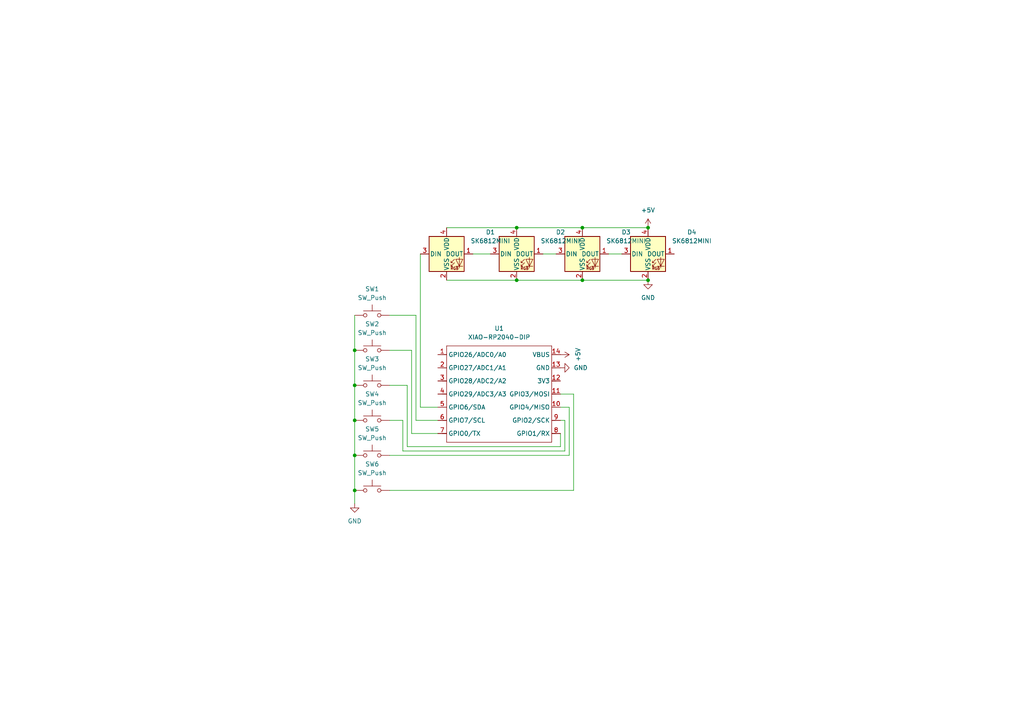
<source format=kicad_sch>
(kicad_sch
	(version 20250114)
	(generator "eeschema")
	(generator_version "9.0")
	(uuid "89ed8f8a-a8dc-430b-b4ac-4bb5cef360f6")
	(paper "A4")
	(lib_symbols
		(symbol "LED:SK6812MINI"
			(pin_names
				(offset 0.254)
			)
			(exclude_from_sim no)
			(in_bom yes)
			(on_board yes)
			(property "Reference" "D"
				(at 5.08 5.715 0)
				(effects
					(font
						(size 1.27 1.27)
					)
					(justify right bottom)
				)
			)
			(property "Value" "SK6812MINI"
				(at 1.27 -5.715 0)
				(effects
					(font
						(size 1.27 1.27)
					)
					(justify left top)
				)
			)
			(property "Footprint" "LED_SMD:LED_SK6812MINI_PLCC4_3.5x3.5mm_P1.75mm"
				(at 1.27 -7.62 0)
				(effects
					(font
						(size 1.27 1.27)
					)
					(justify left top)
					(hide yes)
				)
			)
			(property "Datasheet" "https://cdn-shop.adafruit.com/product-files/2686/SK6812MINI_REV.01-1-2.pdf"
				(at 2.54 -9.525 0)
				(effects
					(font
						(size 1.27 1.27)
					)
					(justify left top)
					(hide yes)
				)
			)
			(property "Description" "RGB LED with integrated controller"
				(at 0 0 0)
				(effects
					(font
						(size 1.27 1.27)
					)
					(hide yes)
				)
			)
			(property "ki_keywords" "RGB LED NeoPixel Mini addressable"
				(at 0 0 0)
				(effects
					(font
						(size 1.27 1.27)
					)
					(hide yes)
				)
			)
			(property "ki_fp_filters" "LED*SK6812MINI*PLCC*3.5x3.5mm*P1.75mm*"
				(at 0 0 0)
				(effects
					(font
						(size 1.27 1.27)
					)
					(hide yes)
				)
			)
			(symbol "SK6812MINI_0_0"
				(text "RGB"
					(at 2.286 -4.191 0)
					(effects
						(font
							(size 0.762 0.762)
						)
					)
				)
			)
			(symbol "SK6812MINI_0_1"
				(polyline
					(pts
						(xy 1.27 -2.54) (xy 1.778 -2.54)
					)
					(stroke
						(width 0)
						(type default)
					)
					(fill
						(type none)
					)
				)
				(polyline
					(pts
						(xy 1.27 -3.556) (xy 1.778 -3.556)
					)
					(stroke
						(width 0)
						(type default)
					)
					(fill
						(type none)
					)
				)
				(polyline
					(pts
						(xy 2.286 -1.524) (xy 1.27 -2.54) (xy 1.27 -2.032)
					)
					(stroke
						(width 0)
						(type default)
					)
					(fill
						(type none)
					)
				)
				(polyline
					(pts
						(xy 2.286 -2.54) (xy 1.27 -3.556) (xy 1.27 -3.048)
					)
					(stroke
						(width 0)
						(type default)
					)
					(fill
						(type none)
					)
				)
				(polyline
					(pts
						(xy 3.683 -1.016) (xy 3.683 -3.556) (xy 3.683 -4.064)
					)
					(stroke
						(width 0)
						(type default)
					)
					(fill
						(type none)
					)
				)
				(polyline
					(pts
						(xy 4.699 -1.524) (xy 2.667 -1.524) (xy 3.683 -3.556) (xy 4.699 -1.524)
					)
					(stroke
						(width 0)
						(type default)
					)
					(fill
						(type none)
					)
				)
				(polyline
					(pts
						(xy 4.699 -3.556) (xy 2.667 -3.556)
					)
					(stroke
						(width 0)
						(type default)
					)
					(fill
						(type none)
					)
				)
				(rectangle
					(start 5.08 5.08)
					(end -5.08 -5.08)
					(stroke
						(width 0.254)
						(type default)
					)
					(fill
						(type background)
					)
				)
			)
			(symbol "SK6812MINI_1_1"
				(pin input line
					(at -7.62 0 0)
					(length 2.54)
					(name "DIN"
						(effects
							(font
								(size 1.27 1.27)
							)
						)
					)
					(number "3"
						(effects
							(font
								(size 1.27 1.27)
							)
						)
					)
				)
				(pin power_in line
					(at 0 7.62 270)
					(length 2.54)
					(name "VDD"
						(effects
							(font
								(size 1.27 1.27)
							)
						)
					)
					(number "4"
						(effects
							(font
								(size 1.27 1.27)
							)
						)
					)
				)
				(pin power_in line
					(at 0 -7.62 90)
					(length 2.54)
					(name "VSS"
						(effects
							(font
								(size 1.27 1.27)
							)
						)
					)
					(number "2"
						(effects
							(font
								(size 1.27 1.27)
							)
						)
					)
				)
				(pin output line
					(at 7.62 0 180)
					(length 2.54)
					(name "DOUT"
						(effects
							(font
								(size 1.27 1.27)
							)
						)
					)
					(number "1"
						(effects
							(font
								(size 1.27 1.27)
							)
						)
					)
				)
			)
			(embedded_fonts no)
		)
		(symbol "OPL:XIAO-RP2040-DIP"
			(exclude_from_sim no)
			(in_bom yes)
			(on_board yes)
			(property "Reference" "U"
				(at 0 0 0)
				(effects
					(font
						(size 1.27 1.27)
					)
				)
			)
			(property "Value" "XIAO-RP2040-DIP"
				(at 5.334 -1.778 0)
				(effects
					(font
						(size 1.27 1.27)
					)
				)
			)
			(property "Footprint" "Module:MOUDLE14P-XIAO-DIP-SMD"
				(at 14.478 -32.258 0)
				(effects
					(font
						(size 1.27 1.27)
					)
					(hide yes)
				)
			)
			(property "Datasheet" ""
				(at 0 0 0)
				(effects
					(font
						(size 1.27 1.27)
					)
					(hide yes)
				)
			)
			(property "Description" ""
				(at 0 0 0)
				(effects
					(font
						(size 1.27 1.27)
					)
					(hide yes)
				)
			)
			(symbol "XIAO-RP2040-DIP_1_0"
				(polyline
					(pts
						(xy -1.27 -2.54) (xy 29.21 -2.54)
					)
					(stroke
						(width 0.1524)
						(type solid)
					)
					(fill
						(type none)
					)
				)
				(polyline
					(pts
						(xy -1.27 -5.08) (xy -2.54 -5.08)
					)
					(stroke
						(width 0.1524)
						(type solid)
					)
					(fill
						(type none)
					)
				)
				(polyline
					(pts
						(xy -1.27 -5.08) (xy -1.27 -2.54)
					)
					(stroke
						(width 0.1524)
						(type solid)
					)
					(fill
						(type none)
					)
				)
				(polyline
					(pts
						(xy -1.27 -8.89) (xy -2.54 -8.89)
					)
					(stroke
						(width 0.1524)
						(type solid)
					)
					(fill
						(type none)
					)
				)
				(polyline
					(pts
						(xy -1.27 -8.89) (xy -1.27 -5.08)
					)
					(stroke
						(width 0.1524)
						(type solid)
					)
					(fill
						(type none)
					)
				)
				(polyline
					(pts
						(xy -1.27 -12.7) (xy -2.54 -12.7)
					)
					(stroke
						(width 0.1524)
						(type solid)
					)
					(fill
						(type none)
					)
				)
				(polyline
					(pts
						(xy -1.27 -12.7) (xy -1.27 -8.89)
					)
					(stroke
						(width 0.1524)
						(type solid)
					)
					(fill
						(type none)
					)
				)
				(polyline
					(pts
						(xy -1.27 -16.51) (xy -2.54 -16.51)
					)
					(stroke
						(width 0.1524)
						(type solid)
					)
					(fill
						(type none)
					)
				)
				(polyline
					(pts
						(xy -1.27 -16.51) (xy -1.27 -12.7)
					)
					(stroke
						(width 0.1524)
						(type solid)
					)
					(fill
						(type none)
					)
				)
				(polyline
					(pts
						(xy -1.27 -20.32) (xy -2.54 -20.32)
					)
					(stroke
						(width 0.1524)
						(type solid)
					)
					(fill
						(type none)
					)
				)
				(polyline
					(pts
						(xy -1.27 -24.13) (xy -2.54 -24.13)
					)
					(stroke
						(width 0.1524)
						(type solid)
					)
					(fill
						(type none)
					)
				)
				(polyline
					(pts
						(xy -1.27 -27.94) (xy -2.54 -27.94)
					)
					(stroke
						(width 0.1524)
						(type solid)
					)
					(fill
						(type none)
					)
				)
				(polyline
					(pts
						(xy -1.27 -30.48) (xy -1.27 -16.51)
					)
					(stroke
						(width 0.1524)
						(type solid)
					)
					(fill
						(type none)
					)
				)
				(polyline
					(pts
						(xy 29.21 -2.54) (xy 29.21 -5.08)
					)
					(stroke
						(width 0.1524)
						(type solid)
					)
					(fill
						(type none)
					)
				)
				(polyline
					(pts
						(xy 29.21 -5.08) (xy 29.21 -8.89)
					)
					(stroke
						(width 0.1524)
						(type solid)
					)
					(fill
						(type none)
					)
				)
				(polyline
					(pts
						(xy 29.21 -8.89) (xy 29.21 -12.7)
					)
					(stroke
						(width 0.1524)
						(type solid)
					)
					(fill
						(type none)
					)
				)
				(polyline
					(pts
						(xy 29.21 -12.7) (xy 29.21 -30.48)
					)
					(stroke
						(width 0.1524)
						(type solid)
					)
					(fill
						(type none)
					)
				)
				(polyline
					(pts
						(xy 29.21 -30.48) (xy -1.27 -30.48)
					)
					(stroke
						(width 0.1524)
						(type solid)
					)
					(fill
						(type none)
					)
				)
				(polyline
					(pts
						(xy 30.48 -5.08) (xy 29.21 -5.08)
					)
					(stroke
						(width 0.1524)
						(type solid)
					)
					(fill
						(type none)
					)
				)
				(polyline
					(pts
						(xy 30.48 -8.89) (xy 29.21 -8.89)
					)
					(stroke
						(width 0.1524)
						(type solid)
					)
					(fill
						(type none)
					)
				)
				(polyline
					(pts
						(xy 30.48 -12.7) (xy 29.21 -12.7)
					)
					(stroke
						(width 0.1524)
						(type solid)
					)
					(fill
						(type none)
					)
				)
				(polyline
					(pts
						(xy 30.48 -16.51) (xy 29.21 -16.51)
					)
					(stroke
						(width 0.1524)
						(type solid)
					)
					(fill
						(type none)
					)
				)
				(polyline
					(pts
						(xy 30.48 -20.32) (xy 29.21 -20.32)
					)
					(stroke
						(width 0.1524)
						(type solid)
					)
					(fill
						(type none)
					)
				)
				(polyline
					(pts
						(xy 30.48 -24.13) (xy 29.21 -24.13)
					)
					(stroke
						(width 0.1524)
						(type solid)
					)
					(fill
						(type none)
					)
				)
				(polyline
					(pts
						(xy 30.48 -27.94) (xy 29.21 -27.94)
					)
					(stroke
						(width 0.1524)
						(type solid)
					)
					(fill
						(type none)
					)
				)
				(pin passive line
					(at -3.81 -5.08 0)
					(length 2.54)
					(name "GPIO26/ADC0/A0"
						(effects
							(font
								(size 1.27 1.27)
							)
						)
					)
					(number "1"
						(effects
							(font
								(size 1.27 1.27)
							)
						)
					)
				)
				(pin passive line
					(at -3.81 -8.89 0)
					(length 2.54)
					(name "GPIO27/ADC1/A1"
						(effects
							(font
								(size 1.27 1.27)
							)
						)
					)
					(number "2"
						(effects
							(font
								(size 1.27 1.27)
							)
						)
					)
				)
				(pin passive line
					(at -3.81 -12.7 0)
					(length 2.54)
					(name "GPIO28/ADC2/A2"
						(effects
							(font
								(size 1.27 1.27)
							)
						)
					)
					(number "3"
						(effects
							(font
								(size 1.27 1.27)
							)
						)
					)
				)
				(pin passive line
					(at -3.81 -16.51 0)
					(length 2.54)
					(name "GPIO29/ADC3/A3"
						(effects
							(font
								(size 1.27 1.27)
							)
						)
					)
					(number "4"
						(effects
							(font
								(size 1.27 1.27)
							)
						)
					)
				)
				(pin passive line
					(at -3.81 -20.32 0)
					(length 2.54)
					(name "GPIO6/SDA"
						(effects
							(font
								(size 1.27 1.27)
							)
						)
					)
					(number "5"
						(effects
							(font
								(size 1.27 1.27)
							)
						)
					)
				)
				(pin passive line
					(at -3.81 -24.13 0)
					(length 2.54)
					(name "GPIO7/SCL"
						(effects
							(font
								(size 1.27 1.27)
							)
						)
					)
					(number "6"
						(effects
							(font
								(size 1.27 1.27)
							)
						)
					)
				)
				(pin passive line
					(at -3.81 -27.94 0)
					(length 2.54)
					(name "GPIO0/TX"
						(effects
							(font
								(size 1.27 1.27)
							)
						)
					)
					(number "7"
						(effects
							(font
								(size 1.27 1.27)
							)
						)
					)
				)
				(pin passive line
					(at 31.75 -5.08 180)
					(length 2.54)
					(name "VBUS"
						(effects
							(font
								(size 1.27 1.27)
							)
						)
					)
					(number "14"
						(effects
							(font
								(size 1.27 1.27)
							)
						)
					)
				)
				(pin passive line
					(at 31.75 -8.89 180)
					(length 2.54)
					(name "GND"
						(effects
							(font
								(size 1.27 1.27)
							)
						)
					)
					(number "13"
						(effects
							(font
								(size 1.27 1.27)
							)
						)
					)
				)
				(pin passive line
					(at 31.75 -12.7 180)
					(length 2.54)
					(name "3V3"
						(effects
							(font
								(size 1.27 1.27)
							)
						)
					)
					(number "12"
						(effects
							(font
								(size 1.27 1.27)
							)
						)
					)
				)
				(pin passive line
					(at 31.75 -16.51 180)
					(length 2.54)
					(name "GPIO3/MOSI"
						(effects
							(font
								(size 1.27 1.27)
							)
						)
					)
					(number "11"
						(effects
							(font
								(size 1.27 1.27)
							)
						)
					)
				)
				(pin passive line
					(at 31.75 -20.32 180)
					(length 2.54)
					(name "GPIO4/MISO"
						(effects
							(font
								(size 1.27 1.27)
							)
						)
					)
					(number "10"
						(effects
							(font
								(size 1.27 1.27)
							)
						)
					)
				)
				(pin passive line
					(at 31.75 -24.13 180)
					(length 2.54)
					(name "GPIO2/SCK"
						(effects
							(font
								(size 1.27 1.27)
							)
						)
					)
					(number "9"
						(effects
							(font
								(size 1.27 1.27)
							)
						)
					)
				)
				(pin passive line
					(at 31.75 -27.94 180)
					(length 2.54)
					(name "GPIO1/RX"
						(effects
							(font
								(size 1.27 1.27)
							)
						)
					)
					(number "8"
						(effects
							(font
								(size 1.27 1.27)
							)
						)
					)
				)
			)
			(embedded_fonts no)
		)
		(symbol "Switch:SW_Push"
			(pin_numbers
				(hide yes)
			)
			(pin_names
				(offset 1.016)
				(hide yes)
			)
			(exclude_from_sim no)
			(in_bom yes)
			(on_board yes)
			(property "Reference" "SW"
				(at 1.27 2.54 0)
				(effects
					(font
						(size 1.27 1.27)
					)
					(justify left)
				)
			)
			(property "Value" "SW_Push"
				(at 0 -1.524 0)
				(effects
					(font
						(size 1.27 1.27)
					)
				)
			)
			(property "Footprint" ""
				(at 0 5.08 0)
				(effects
					(font
						(size 1.27 1.27)
					)
					(hide yes)
				)
			)
			(property "Datasheet" "~"
				(at 0 5.08 0)
				(effects
					(font
						(size 1.27 1.27)
					)
					(hide yes)
				)
			)
			(property "Description" "Push button switch, generic, two pins"
				(at 0 0 0)
				(effects
					(font
						(size 1.27 1.27)
					)
					(hide yes)
				)
			)
			(property "ki_keywords" "switch normally-open pushbutton push-button"
				(at 0 0 0)
				(effects
					(font
						(size 1.27 1.27)
					)
					(hide yes)
				)
			)
			(symbol "SW_Push_0_1"
				(circle
					(center -2.032 0)
					(radius 0.508)
					(stroke
						(width 0)
						(type default)
					)
					(fill
						(type none)
					)
				)
				(polyline
					(pts
						(xy 0 1.27) (xy 0 3.048)
					)
					(stroke
						(width 0)
						(type default)
					)
					(fill
						(type none)
					)
				)
				(circle
					(center 2.032 0)
					(radius 0.508)
					(stroke
						(width 0)
						(type default)
					)
					(fill
						(type none)
					)
				)
				(polyline
					(pts
						(xy 2.54 1.27) (xy -2.54 1.27)
					)
					(stroke
						(width 0)
						(type default)
					)
					(fill
						(type none)
					)
				)
				(pin passive line
					(at -5.08 0 0)
					(length 2.54)
					(name "1"
						(effects
							(font
								(size 1.27 1.27)
							)
						)
					)
					(number "1"
						(effects
							(font
								(size 1.27 1.27)
							)
						)
					)
				)
				(pin passive line
					(at 5.08 0 180)
					(length 2.54)
					(name "2"
						(effects
							(font
								(size 1.27 1.27)
							)
						)
					)
					(number "2"
						(effects
							(font
								(size 1.27 1.27)
							)
						)
					)
				)
			)
			(embedded_fonts no)
		)
		(symbol "power:+5V"
			(power)
			(pin_numbers
				(hide yes)
			)
			(pin_names
				(offset 0)
				(hide yes)
			)
			(exclude_from_sim no)
			(in_bom yes)
			(on_board yes)
			(property "Reference" "#PWR"
				(at 0 -3.81 0)
				(effects
					(font
						(size 1.27 1.27)
					)
					(hide yes)
				)
			)
			(property "Value" "+5V"
				(at 0 3.556 0)
				(effects
					(font
						(size 1.27 1.27)
					)
				)
			)
			(property "Footprint" ""
				(at 0 0 0)
				(effects
					(font
						(size 1.27 1.27)
					)
					(hide yes)
				)
			)
			(property "Datasheet" ""
				(at 0 0 0)
				(effects
					(font
						(size 1.27 1.27)
					)
					(hide yes)
				)
			)
			(property "Description" "Power symbol creates a global label with name \"+5V\""
				(at 0 0 0)
				(effects
					(font
						(size 1.27 1.27)
					)
					(hide yes)
				)
			)
			(property "ki_keywords" "global power"
				(at 0 0 0)
				(effects
					(font
						(size 1.27 1.27)
					)
					(hide yes)
				)
			)
			(symbol "+5V_0_1"
				(polyline
					(pts
						(xy -0.762 1.27) (xy 0 2.54)
					)
					(stroke
						(width 0)
						(type default)
					)
					(fill
						(type none)
					)
				)
				(polyline
					(pts
						(xy 0 2.54) (xy 0.762 1.27)
					)
					(stroke
						(width 0)
						(type default)
					)
					(fill
						(type none)
					)
				)
				(polyline
					(pts
						(xy 0 0) (xy 0 2.54)
					)
					(stroke
						(width 0)
						(type default)
					)
					(fill
						(type none)
					)
				)
			)
			(symbol "+5V_1_1"
				(pin power_in line
					(at 0 0 90)
					(length 0)
					(name "~"
						(effects
							(font
								(size 1.27 1.27)
							)
						)
					)
					(number "1"
						(effects
							(font
								(size 1.27 1.27)
							)
						)
					)
				)
			)
			(embedded_fonts no)
		)
		(symbol "power:GND"
			(power)
			(pin_numbers
				(hide yes)
			)
			(pin_names
				(offset 0)
				(hide yes)
			)
			(exclude_from_sim no)
			(in_bom yes)
			(on_board yes)
			(property "Reference" "#PWR"
				(at 0 -6.35 0)
				(effects
					(font
						(size 1.27 1.27)
					)
					(hide yes)
				)
			)
			(property "Value" "GND"
				(at 0 -3.81 0)
				(effects
					(font
						(size 1.27 1.27)
					)
				)
			)
			(property "Footprint" ""
				(at 0 0 0)
				(effects
					(font
						(size 1.27 1.27)
					)
					(hide yes)
				)
			)
			(property "Datasheet" ""
				(at 0 0 0)
				(effects
					(font
						(size 1.27 1.27)
					)
					(hide yes)
				)
			)
			(property "Description" "Power symbol creates a global label with name \"GND\" , ground"
				(at 0 0 0)
				(effects
					(font
						(size 1.27 1.27)
					)
					(hide yes)
				)
			)
			(property "ki_keywords" "global power"
				(at 0 0 0)
				(effects
					(font
						(size 1.27 1.27)
					)
					(hide yes)
				)
			)
			(symbol "GND_0_1"
				(polyline
					(pts
						(xy 0 0) (xy 0 -1.27) (xy 1.27 -1.27) (xy 0 -2.54) (xy -1.27 -1.27) (xy 0 -1.27)
					)
					(stroke
						(width 0)
						(type default)
					)
					(fill
						(type none)
					)
				)
			)
			(symbol "GND_1_1"
				(pin power_in line
					(at 0 0 270)
					(length 0)
					(name "~"
						(effects
							(font
								(size 1.27 1.27)
							)
						)
					)
					(number "1"
						(effects
							(font
								(size 1.27 1.27)
							)
						)
					)
				)
			)
			(embedded_fonts no)
		)
	)
	(junction
		(at 102.87 101.6)
		(diameter 0)
		(color 0 0 0 0)
		(uuid "15dd50ed-1bc9-42ed-991b-8892e57b3397")
	)
	(junction
		(at 187.96 81.28)
		(diameter 0)
		(color 0 0 0 0)
		(uuid "2e052302-4b5e-4041-a6e2-40ecc7a3b706")
	)
	(junction
		(at 168.91 81.28)
		(diameter 0)
		(color 0 0 0 0)
		(uuid "67a47435-f690-455b-961a-636003ae124f")
	)
	(junction
		(at 149.86 66.04)
		(diameter 0)
		(color 0 0 0 0)
		(uuid "6d4ee302-12e8-4018-a792-4341f654b1e9")
	)
	(junction
		(at 102.87 142.24)
		(diameter 0)
		(color 0 0 0 0)
		(uuid "889b72ed-86c7-4efb-aa43-be34bc9c6aa5")
	)
	(junction
		(at 102.87 132.08)
		(diameter 0)
		(color 0 0 0 0)
		(uuid "8ea3fcbb-ad4f-44f4-aeb9-bfddb5b222b5")
	)
	(junction
		(at 102.87 121.92)
		(diameter 0)
		(color 0 0 0 0)
		(uuid "98aa4afd-78c2-4d76-b25b-e84c37202aa5")
	)
	(junction
		(at 102.87 111.76)
		(diameter 0)
		(color 0 0 0 0)
		(uuid "bdaca03d-ba9e-47ee-87a0-ebfd321fb4d6")
	)
	(junction
		(at 149.86 81.28)
		(diameter 0)
		(color 0 0 0 0)
		(uuid "c9716f3c-1c1d-4568-b8ab-0b32d433e828")
	)
	(junction
		(at 168.91 66.04)
		(diameter 0)
		(color 0 0 0 0)
		(uuid "e8771507-35f2-494e-9fe4-11c7aa93ef58")
	)
	(junction
		(at 187.96 66.04)
		(diameter 0)
		(color 0 0 0 0)
		(uuid "ff059a8d-f778-478f-b1a5-4f381193f7d0")
	)
	(wire
		(pts
			(xy 102.87 111.76) (xy 102.87 121.92)
		)
		(stroke
			(width 0)
			(type default)
		)
		(uuid "05ba8d8f-8cfe-49d4-9425-7819731c9516")
	)
	(wire
		(pts
			(xy 120.65 121.92) (xy 127 121.92)
		)
		(stroke
			(width 0)
			(type default)
		)
		(uuid "0a893fe0-cf83-4c45-b4e1-0d6e455ab0bc")
	)
	(wire
		(pts
			(xy 102.87 91.44) (xy 102.87 101.6)
		)
		(stroke
			(width 0)
			(type default)
		)
		(uuid "0c65a012-2f38-4f19-90db-8b4710a6c75f")
	)
	(wire
		(pts
			(xy 121.92 73.66) (xy 121.92 118.11)
		)
		(stroke
			(width 0)
			(type default)
		)
		(uuid "26e053e5-de5f-4fb5-9953-a5ae5863ade8")
	)
	(wire
		(pts
			(xy 118.11 129.54) (xy 162.56 129.54)
		)
		(stroke
			(width 0)
			(type default)
		)
		(uuid "2f97b134-ca1c-4d6a-8a26-98a561072608")
	)
	(wire
		(pts
			(xy 113.03 101.6) (xy 119.38 101.6)
		)
		(stroke
			(width 0)
			(type default)
		)
		(uuid "326308da-5a3a-4728-92f6-d7465a1c1001")
	)
	(wire
		(pts
			(xy 176.53 73.66) (xy 180.34 73.66)
		)
		(stroke
			(width 0)
			(type default)
		)
		(uuid "32cb8b64-3dff-4ba2-8d92-274e0af4ca71")
	)
	(wire
		(pts
			(xy 129.54 81.28) (xy 149.86 81.28)
		)
		(stroke
			(width 0)
			(type default)
		)
		(uuid "3ece2dbc-85ec-4d3b-b6e8-464e65022aae")
	)
	(wire
		(pts
			(xy 102.87 121.92) (xy 102.87 132.08)
		)
		(stroke
			(width 0)
			(type default)
		)
		(uuid "40f31208-0edf-406c-81b6-572b67aa0e36")
	)
	(wire
		(pts
			(xy 129.54 66.04) (xy 149.86 66.04)
		)
		(stroke
			(width 0)
			(type default)
		)
		(uuid "44f06c8c-48b5-4f0f-8200-7129b1d03468")
	)
	(wire
		(pts
			(xy 102.87 142.24) (xy 102.87 146.05)
		)
		(stroke
			(width 0)
			(type default)
		)
		(uuid "49b0c1a1-9883-4fcb-acc1-59473faf1ce8")
	)
	(wire
		(pts
			(xy 113.03 91.44) (xy 120.65 91.44)
		)
		(stroke
			(width 0)
			(type default)
		)
		(uuid "56a5ae00-6056-460a-a2f4-2822493d482e")
	)
	(wire
		(pts
			(xy 163.83 130.81) (xy 163.83 121.92)
		)
		(stroke
			(width 0)
			(type default)
		)
		(uuid "66c734bd-1799-41d7-8606-6d3f7d3b5e71")
	)
	(wire
		(pts
			(xy 166.37 142.24) (xy 166.37 114.3)
		)
		(stroke
			(width 0)
			(type default)
		)
		(uuid "68184248-4d2f-41bb-a64c-b914765a462d")
	)
	(wire
		(pts
			(xy 137.16 73.66) (xy 142.24 73.66)
		)
		(stroke
			(width 0)
			(type default)
		)
		(uuid "6ed3606e-0896-45c1-9355-60e1e5e0e27e")
	)
	(wire
		(pts
			(xy 162.56 129.54) (xy 162.56 125.73)
		)
		(stroke
			(width 0)
			(type default)
		)
		(uuid "75c6c540-d345-4a64-8df0-357f1b427fc6")
	)
	(wire
		(pts
			(xy 157.48 73.66) (xy 161.29 73.66)
		)
		(stroke
			(width 0)
			(type default)
		)
		(uuid "7950faea-1ebd-4695-a64d-832ba23fb90f")
	)
	(wire
		(pts
			(xy 168.91 66.04) (xy 187.96 66.04)
		)
		(stroke
			(width 0)
			(type default)
		)
		(uuid "7ee79b44-0156-4800-a82f-7a56a77c4ca0")
	)
	(wire
		(pts
			(xy 113.03 111.76) (xy 118.11 111.76)
		)
		(stroke
			(width 0)
			(type default)
		)
		(uuid "83df8b8a-80c3-4067-b886-ee0b7ce5f9f5")
	)
	(wire
		(pts
			(xy 162.56 118.11) (xy 165.1 118.11)
		)
		(stroke
			(width 0)
			(type default)
		)
		(uuid "8a53c66f-fdee-47f8-8f25-3f1f98e54bbe")
	)
	(wire
		(pts
			(xy 165.1 132.08) (xy 165.1 118.11)
		)
		(stroke
			(width 0)
			(type default)
		)
		(uuid "8c501355-023b-46eb-b9fa-0ae0c758d7a3")
	)
	(wire
		(pts
			(xy 116.84 130.81) (xy 163.83 130.81)
		)
		(stroke
			(width 0)
			(type default)
		)
		(uuid "8ee80531-80c9-4a7c-ab1e-c37d05331b6f")
	)
	(wire
		(pts
			(xy 119.38 101.6) (xy 119.38 125.73)
		)
		(stroke
			(width 0)
			(type default)
		)
		(uuid "96636bcc-a0b4-4f7a-a0b3-00b319c2c541")
	)
	(wire
		(pts
			(xy 120.65 91.44) (xy 120.65 121.92)
		)
		(stroke
			(width 0)
			(type default)
		)
		(uuid "99a82a04-0ffa-4161-9094-54de7f2a0d58")
	)
	(wire
		(pts
			(xy 166.37 114.3) (xy 162.56 114.3)
		)
		(stroke
			(width 0)
			(type default)
		)
		(uuid "a465e9fa-6cf4-44e8-bfbc-fa9cdd0593cb")
	)
	(wire
		(pts
			(xy 163.83 121.92) (xy 162.56 121.92)
		)
		(stroke
			(width 0)
			(type default)
		)
		(uuid "ad207e58-a076-48c4-83fd-7f94be7eab1c")
	)
	(wire
		(pts
			(xy 149.86 81.28) (xy 168.91 81.28)
		)
		(stroke
			(width 0)
			(type default)
		)
		(uuid "ae97bebe-b982-4fe0-b19e-9fe2bf82d790")
	)
	(wire
		(pts
			(xy 121.92 118.11) (xy 127 118.11)
		)
		(stroke
			(width 0)
			(type default)
		)
		(uuid "b0d74a7c-f9a0-4883-8b22-d0141195445f")
	)
	(wire
		(pts
			(xy 116.84 121.92) (xy 116.84 130.81)
		)
		(stroke
			(width 0)
			(type default)
		)
		(uuid "b2a75890-8342-49d8-ad5f-f7f0b48271ad")
	)
	(wire
		(pts
			(xy 118.11 111.76) (xy 118.11 129.54)
		)
		(stroke
			(width 0)
			(type default)
		)
		(uuid "c4361a06-8796-4caf-9df0-a05c526d3661")
	)
	(wire
		(pts
			(xy 168.91 81.28) (xy 187.96 81.28)
		)
		(stroke
			(width 0)
			(type default)
		)
		(uuid "c76a91db-9070-4084-ad56-1859041f0cb6")
	)
	(wire
		(pts
			(xy 113.03 132.08) (xy 165.1 132.08)
		)
		(stroke
			(width 0)
			(type default)
		)
		(uuid "d0dadde7-7bec-4317-a759-569f7999424a")
	)
	(wire
		(pts
			(xy 113.03 121.92) (xy 116.84 121.92)
		)
		(stroke
			(width 0)
			(type default)
		)
		(uuid "d2edf0c5-4ab8-4ca6-a7e9-de5b3b251fa1")
	)
	(wire
		(pts
			(xy 102.87 101.6) (xy 102.87 111.76)
		)
		(stroke
			(width 0)
			(type default)
		)
		(uuid "d4742246-a985-4fc9-95db-387e2a00556b")
	)
	(wire
		(pts
			(xy 102.87 132.08) (xy 102.87 142.24)
		)
		(stroke
			(width 0)
			(type default)
		)
		(uuid "d61209b4-c35d-4a6b-817c-270fbbfcd6b7")
	)
	(wire
		(pts
			(xy 149.86 66.04) (xy 168.91 66.04)
		)
		(stroke
			(width 0)
			(type default)
		)
		(uuid "fb8bb379-0d46-4016-b701-b6f9b0fa11e0")
	)
	(wire
		(pts
			(xy 113.03 142.24) (xy 166.37 142.24)
		)
		(stroke
			(width 0)
			(type default)
		)
		(uuid "fc881d28-8494-413d-b4f8-9831618d5b17")
	)
	(wire
		(pts
			(xy 119.38 125.73) (xy 127 125.73)
		)
		(stroke
			(width 0)
			(type default)
		)
		(uuid "fe5b8c0f-5241-41ba-b530-e0e1aa72e669")
	)
	(symbol
		(lib_id "Switch:SW_Push")
		(at 107.95 142.24 0)
		(unit 1)
		(exclude_from_sim no)
		(in_bom yes)
		(on_board yes)
		(dnp no)
		(fields_autoplaced yes)
		(uuid "0b06ecda-a176-4d25-8f03-10fc495b373b")
		(property "Reference" "SW6"
			(at 107.95 134.62 0)
			(effects
				(font
					(size 1.27 1.27)
				)
			)
		)
		(property "Value" "SW_Push"
			(at 107.95 137.16 0)
			(effects
				(font
					(size 1.27 1.27)
				)
			)
		)
		(property "Footprint" "Button_Switch_Keyboard:SW_Cherry_MX_1.00u_PCB"
			(at 107.95 137.16 0)
			(effects
				(font
					(size 1.27 1.27)
				)
				(hide yes)
			)
		)
		(property "Datasheet" "~"
			(at 107.95 137.16 0)
			(effects
				(font
					(size 1.27 1.27)
				)
				(hide yes)
			)
		)
		(property "Description" "Push button switch, generic, two pins"
			(at 107.95 142.24 0)
			(effects
				(font
					(size 1.27 1.27)
				)
				(hide yes)
			)
		)
		(pin "2"
			(uuid "e3082d0e-5957-4c3b-b88c-781a2849a104")
		)
		(pin "1"
			(uuid "5be25948-ab68-4b21-9204-e4f0de60cfa0")
		)
		(instances
			(project "Flower Pad"
				(path "/89ed8f8a-a8dc-430b-b4ac-4bb5cef360f6"
					(reference "SW6")
					(unit 1)
				)
			)
		)
	)
	(symbol
		(lib_id "LED:SK6812MINI")
		(at 129.54 73.66 0)
		(unit 1)
		(exclude_from_sim no)
		(in_bom yes)
		(on_board yes)
		(dnp no)
		(fields_autoplaced yes)
		(uuid "3262778f-6cce-4997-8b25-cb2c7e0c3e80")
		(property "Reference" "D1"
			(at 142.24 67.3414 0)
			(effects
				(font
					(size 1.27 1.27)
				)
			)
		)
		(property "Value" "SK6812MINI"
			(at 142.24 69.8814 0)
			(effects
				(font
					(size 1.27 1.27)
				)
			)
		)
		(property "Footprint" "LED_SMD:LED_SK6812MINI_PLCC4_3.5x3.5mm_P1.75mm"
			(at 130.81 81.28 0)
			(effects
				(font
					(size 1.27 1.27)
				)
				(justify left top)
				(hide yes)
			)
		)
		(property "Datasheet" "https://cdn-shop.adafruit.com/product-files/2686/SK6812MINI_REV.01-1-2.pdf"
			(at 132.08 83.185 0)
			(effects
				(font
					(size 1.27 1.27)
				)
				(justify left top)
				(hide yes)
			)
		)
		(property "Description" "RGB LED with integrated controller"
			(at 129.54 73.66 0)
			(effects
				(font
					(size 1.27 1.27)
				)
				(hide yes)
			)
		)
		(pin "2"
			(uuid "618729cc-e858-4d00-93a2-a008fb2e1ac7")
		)
		(pin "4"
			(uuid "c0cd9173-7357-4df5-a73a-9314f5d5c5dc")
		)
		(pin "3"
			(uuid "0e8bf998-e089-4e74-b9d6-0fbe1473dfa5")
		)
		(pin "1"
			(uuid "a7819a76-6553-41f1-9e38-2b0e96b4f7f3")
		)
		(instances
			(project ""
				(path "/89ed8f8a-a8dc-430b-b4ac-4bb5cef360f6"
					(reference "D1")
					(unit 1)
				)
			)
		)
	)
	(symbol
		(lib_id "LED:SK6812MINI")
		(at 187.96 73.66 0)
		(unit 1)
		(exclude_from_sim no)
		(in_bom yes)
		(on_board yes)
		(dnp no)
		(fields_autoplaced yes)
		(uuid "478e69d9-0796-40f9-adec-d93fb37eec67")
		(property "Reference" "D4"
			(at 200.66 67.3414 0)
			(effects
				(font
					(size 1.27 1.27)
				)
			)
		)
		(property "Value" "SK6812MINI"
			(at 200.66 69.8814 0)
			(effects
				(font
					(size 1.27 1.27)
				)
			)
		)
		(property "Footprint" "LED_SMD:LED_SK6812MINI_PLCC4_3.5x3.5mm_P1.75mm"
			(at 189.23 81.28 0)
			(effects
				(font
					(size 1.27 1.27)
				)
				(justify left top)
				(hide yes)
			)
		)
		(property "Datasheet" "https://cdn-shop.adafruit.com/product-files/2686/SK6812MINI_REV.01-1-2.pdf"
			(at 190.5 83.185 0)
			(effects
				(font
					(size 1.27 1.27)
				)
				(justify left top)
				(hide yes)
			)
		)
		(property "Description" "RGB LED with integrated controller"
			(at 187.96 73.66 0)
			(effects
				(font
					(size 1.27 1.27)
				)
				(hide yes)
			)
		)
		(pin "2"
			(uuid "af7019a7-5863-4063-80b7-99d7208a1770")
		)
		(pin "4"
			(uuid "12fb7a6b-76b1-4801-924c-91e2dd013a56")
		)
		(pin "3"
			(uuid "bf013781-ea4f-4edb-829b-89ddd500e4c0")
		)
		(pin "1"
			(uuid "952a4b4b-98a5-40e6-afe9-e66d3274fb3c")
		)
		(instances
			(project "Flower Pad"
				(path "/89ed8f8a-a8dc-430b-b4ac-4bb5cef360f6"
					(reference "D4")
					(unit 1)
				)
			)
		)
	)
	(symbol
		(lib_id "LED:SK6812MINI")
		(at 149.86 73.66 0)
		(unit 1)
		(exclude_from_sim no)
		(in_bom yes)
		(on_board yes)
		(dnp no)
		(fields_autoplaced yes)
		(uuid "4c960b23-459e-4f94-9465-e0f8cad0c533")
		(property "Reference" "D2"
			(at 162.56 67.3414 0)
			(effects
				(font
					(size 1.27 1.27)
				)
			)
		)
		(property "Value" "SK6812MINI"
			(at 162.56 69.8814 0)
			(effects
				(font
					(size 1.27 1.27)
				)
			)
		)
		(property "Footprint" "LED_SMD:LED_SK6812MINI_PLCC4_3.5x3.5mm_P1.75mm"
			(at 151.13 81.28 0)
			(effects
				(font
					(size 1.27 1.27)
				)
				(justify left top)
				(hide yes)
			)
		)
		(property "Datasheet" "https://cdn-shop.adafruit.com/product-files/2686/SK6812MINI_REV.01-1-2.pdf"
			(at 152.4 83.185 0)
			(effects
				(font
					(size 1.27 1.27)
				)
				(justify left top)
				(hide yes)
			)
		)
		(property "Description" "RGB LED with integrated controller"
			(at 149.86 73.66 0)
			(effects
				(font
					(size 1.27 1.27)
				)
				(hide yes)
			)
		)
		(pin "2"
			(uuid "cc10643e-f665-4082-a4e5-c548e37c2291")
		)
		(pin "4"
			(uuid "5fbb7629-2b03-4682-9706-16d225390eeb")
		)
		(pin "3"
			(uuid "316359d0-5d52-41d4-96a3-99553fa1d61e")
		)
		(pin "1"
			(uuid "dd3e77b2-0944-4416-a263-090803a57901")
		)
		(instances
			(project "Flower Pad"
				(path "/89ed8f8a-a8dc-430b-b4ac-4bb5cef360f6"
					(reference "D2")
					(unit 1)
				)
			)
		)
	)
	(symbol
		(lib_id "OPL:XIAO-RP2040-DIP")
		(at 130.81 97.79 0)
		(unit 1)
		(exclude_from_sim no)
		(in_bom yes)
		(on_board yes)
		(dnp no)
		(fields_autoplaced yes)
		(uuid "6835d1e8-c87f-419c-9115-0bff5b6c50d5")
		(property "Reference" "U1"
			(at 144.78 95.25 0)
			(effects
				(font
					(size 1.27 1.27)
				)
			)
		)
		(property "Value" "XIAO-RP2040-DIP"
			(at 144.78 97.79 0)
			(effects
				(font
					(size 1.27 1.27)
				)
			)
		)
		(property "Footprint" "OPL:XIAO-RP2040-DIP"
			(at 145.288 130.048 0)
			(effects
				(font
					(size 1.27 1.27)
				)
				(hide yes)
			)
		)
		(property "Datasheet" ""
			(at 130.81 97.79 0)
			(effects
				(font
					(size 1.27 1.27)
				)
				(hide yes)
			)
		)
		(property "Description" ""
			(at 130.81 97.79 0)
			(effects
				(font
					(size 1.27 1.27)
				)
				(hide yes)
			)
		)
		(pin "12"
			(uuid "3e067c7c-15c7-4d4e-8009-3388ad05ed29")
		)
		(pin "13"
			(uuid "b68b7d27-5da5-4429-b46c-27664a92156a")
		)
		(pin "8"
			(uuid "c49b6c53-9664-4fe0-810d-22b6a6431519")
		)
		(pin "9"
			(uuid "93406d8d-2fa2-465d-a227-342f74c3708c")
		)
		(pin "1"
			(uuid "fd574c5d-a853-4fc2-b2bb-beff84c8f7a7")
		)
		(pin "14"
			(uuid "f20b86c3-32c3-40f6-89ba-77bc2bfbf0e5")
		)
		(pin "4"
			(uuid "e5d9bc9c-8c12-473b-adfd-fc96b36e3923")
		)
		(pin "7"
			(uuid "59e5f590-5e6e-402d-b1cf-e5ad4f238af6")
		)
		(pin "3"
			(uuid "f8c8db66-db1d-4eb4-bd22-17b21d82440d")
		)
		(pin "6"
			(uuid "b42b27e6-c5c8-4afa-9c14-3cf69bdf3d5d")
		)
		(pin "11"
			(uuid "11c48ff4-8130-4015-bb4b-776d941c5856")
		)
		(pin "5"
			(uuid "62e29be1-8673-47bb-9083-6f652e523d0e")
		)
		(pin "2"
			(uuid "00ac5e08-7aaa-4fec-9db2-df1a801aa275")
		)
		(pin "10"
			(uuid "57bd5b3f-10f3-4f36-b340-6f0bc0971531")
		)
		(instances
			(project ""
				(path "/89ed8f8a-a8dc-430b-b4ac-4bb5cef360f6"
					(reference "U1")
					(unit 1)
				)
			)
		)
	)
	(symbol
		(lib_id "power:GND")
		(at 162.56 106.68 90)
		(unit 1)
		(exclude_from_sim no)
		(in_bom yes)
		(on_board yes)
		(dnp no)
		(fields_autoplaced yes)
		(uuid "6cfcfd03-6d3c-47b0-98c6-f65c2ef90e3f")
		(property "Reference" "#PWR04"
			(at 168.91 106.68 0)
			(effects
				(font
					(size 1.27 1.27)
				)
				(hide yes)
			)
		)
		(property "Value" "GND"
			(at 166.37 106.6799 90)
			(effects
				(font
					(size 1.27 1.27)
				)
				(justify right)
			)
		)
		(property "Footprint" ""
			(at 162.56 106.68 0)
			(effects
				(font
					(size 1.27 1.27)
				)
				(hide yes)
			)
		)
		(property "Datasheet" ""
			(at 162.56 106.68 0)
			(effects
				(font
					(size 1.27 1.27)
				)
				(hide yes)
			)
		)
		(property "Description" "Power symbol creates a global label with name \"GND\" , ground"
			(at 162.56 106.68 0)
			(effects
				(font
					(size 1.27 1.27)
				)
				(hide yes)
			)
		)
		(pin "1"
			(uuid "122c1fc2-0a30-4bfd-9b95-1794f8fe1188")
		)
		(instances
			(project "Flower Pad"
				(path "/89ed8f8a-a8dc-430b-b4ac-4bb5cef360f6"
					(reference "#PWR04")
					(unit 1)
				)
			)
		)
	)
	(symbol
		(lib_id "Switch:SW_Push")
		(at 107.95 101.6 0)
		(unit 1)
		(exclude_from_sim no)
		(in_bom yes)
		(on_board yes)
		(dnp no)
		(fields_autoplaced yes)
		(uuid "714ff955-6836-43b6-b867-bd1de119a119")
		(property "Reference" "SW2"
			(at 107.95 93.98 0)
			(effects
				(font
					(size 1.27 1.27)
				)
			)
		)
		(property "Value" "SW_Push"
			(at 107.95 96.52 0)
			(effects
				(font
					(size 1.27 1.27)
				)
			)
		)
		(property "Footprint" "Button_Switch_Keyboard:SW_Cherry_MX_1.00u_PCB"
			(at 107.95 96.52 0)
			(effects
				(font
					(size 1.27 1.27)
				)
				(hide yes)
			)
		)
		(property "Datasheet" "~"
			(at 107.95 96.52 0)
			(effects
				(font
					(size 1.27 1.27)
				)
				(hide yes)
			)
		)
		(property "Description" "Push button switch, generic, two pins"
			(at 107.95 101.6 0)
			(effects
				(font
					(size 1.27 1.27)
				)
				(hide yes)
			)
		)
		(pin "2"
			(uuid "a305da79-3789-43c8-b793-697d12cb2651")
		)
		(pin "1"
			(uuid "b6f4b591-1566-43c2-9ef7-2bab59d42072")
		)
		(instances
			(project "Flower Pad"
				(path "/89ed8f8a-a8dc-430b-b4ac-4bb5cef360f6"
					(reference "SW2")
					(unit 1)
				)
			)
		)
	)
	(symbol
		(lib_id "Switch:SW_Push")
		(at 107.95 91.44 0)
		(unit 1)
		(exclude_from_sim no)
		(in_bom yes)
		(on_board yes)
		(dnp no)
		(fields_autoplaced yes)
		(uuid "8d3ee752-9872-4528-95ef-8865df969e8a")
		(property "Reference" "SW1"
			(at 107.95 83.82 0)
			(effects
				(font
					(size 1.27 1.27)
				)
			)
		)
		(property "Value" "SW_Push"
			(at 107.95 86.36 0)
			(effects
				(font
					(size 1.27 1.27)
				)
			)
		)
		(property "Footprint" "Button_Switch_Keyboard:SW_Cherry_MX_1.00u_PCB"
			(at 107.95 86.36 0)
			(effects
				(font
					(size 1.27 1.27)
				)
				(hide yes)
			)
		)
		(property "Datasheet" "~"
			(at 107.95 86.36 0)
			(effects
				(font
					(size 1.27 1.27)
				)
				(hide yes)
			)
		)
		(property "Description" "Push button switch, generic, two pins"
			(at 107.95 91.44 0)
			(effects
				(font
					(size 1.27 1.27)
				)
				(hide yes)
			)
		)
		(pin "2"
			(uuid "8e7f19db-22e7-40bd-8ed4-2c488876cafc")
		)
		(pin "1"
			(uuid "c14bc409-c38b-4194-ab10-c205f92807d5")
		)
		(instances
			(project ""
				(path "/89ed8f8a-a8dc-430b-b4ac-4bb5cef360f6"
					(reference "SW1")
					(unit 1)
				)
			)
		)
	)
	(symbol
		(lib_id "power:GND")
		(at 187.96 81.28 0)
		(unit 1)
		(exclude_from_sim no)
		(in_bom yes)
		(on_board yes)
		(dnp no)
		(fields_autoplaced yes)
		(uuid "a1855db0-4d0b-4607-8204-7e5c1cef9cae")
		(property "Reference" "#PWR02"
			(at 187.96 87.63 0)
			(effects
				(font
					(size 1.27 1.27)
				)
				(hide yes)
			)
		)
		(property "Value" "GND"
			(at 187.96 86.36 0)
			(effects
				(font
					(size 1.27 1.27)
				)
			)
		)
		(property "Footprint" ""
			(at 187.96 81.28 0)
			(effects
				(font
					(size 1.27 1.27)
				)
				(hide yes)
			)
		)
		(property "Datasheet" ""
			(at 187.96 81.28 0)
			(effects
				(font
					(size 1.27 1.27)
				)
				(hide yes)
			)
		)
		(property "Description" "Power symbol creates a global label with name \"GND\" , ground"
			(at 187.96 81.28 0)
			(effects
				(font
					(size 1.27 1.27)
				)
				(hide yes)
			)
		)
		(pin "1"
			(uuid "69bfac77-6832-43fd-b970-3d0f56051564")
		)
		(instances
			(project ""
				(path "/89ed8f8a-a8dc-430b-b4ac-4bb5cef360f6"
					(reference "#PWR02")
					(unit 1)
				)
			)
		)
	)
	(symbol
		(lib_id "Switch:SW_Push")
		(at 107.95 132.08 0)
		(unit 1)
		(exclude_from_sim no)
		(in_bom yes)
		(on_board yes)
		(dnp no)
		(fields_autoplaced yes)
		(uuid "abd4aea6-2bfd-42fa-b2aa-9c22a89eaa48")
		(property "Reference" "SW5"
			(at 107.95 124.46 0)
			(effects
				(font
					(size 1.27 1.27)
				)
			)
		)
		(property "Value" "SW_Push"
			(at 107.95 127 0)
			(effects
				(font
					(size 1.27 1.27)
				)
			)
		)
		(property "Footprint" "Button_Switch_Keyboard:SW_Cherry_MX_1.00u_PCB"
			(at 107.95 127 0)
			(effects
				(font
					(size 1.27 1.27)
				)
				(hide yes)
			)
		)
		(property "Datasheet" "~"
			(at 107.95 127 0)
			(effects
				(font
					(size 1.27 1.27)
				)
				(hide yes)
			)
		)
		(property "Description" "Push button switch, generic, two pins"
			(at 107.95 132.08 0)
			(effects
				(font
					(size 1.27 1.27)
				)
				(hide yes)
			)
		)
		(pin "2"
			(uuid "1c57b3f5-4294-478e-b0f9-c4b22c3039c5")
		)
		(pin "1"
			(uuid "de8ff466-42de-4b77-b1c1-e7d9b226e97c")
		)
		(instances
			(project "Flower Pad"
				(path "/89ed8f8a-a8dc-430b-b4ac-4bb5cef360f6"
					(reference "SW5")
					(unit 1)
				)
			)
		)
	)
	(symbol
		(lib_id "power:+5V")
		(at 187.96 66.04 0)
		(unit 1)
		(exclude_from_sim no)
		(in_bom yes)
		(on_board yes)
		(dnp no)
		(uuid "b4c04dff-ca8d-4ffc-b540-c383ca6f4896")
		(property "Reference" "#PWR05"
			(at 187.96 69.85 0)
			(effects
				(font
					(size 1.27 1.27)
				)
				(hide yes)
			)
		)
		(property "Value" "+5V"
			(at 187.96 60.96 0)
			(effects
				(font
					(size 1.27 1.27)
				)
			)
		)
		(property "Footprint" ""
			(at 187.96 66.04 0)
			(effects
				(font
					(size 1.27 1.27)
				)
				(hide yes)
			)
		)
		(property "Datasheet" ""
			(at 187.96 66.04 0)
			(effects
				(font
					(size 1.27 1.27)
				)
				(hide yes)
			)
		)
		(property "Description" "Power symbol creates a global label with name \"+5V\""
			(at 187.96 66.04 0)
			(effects
				(font
					(size 1.27 1.27)
				)
				(hide yes)
			)
		)
		(pin "1"
			(uuid "21904b7c-2384-448f-9287-c2cc6e411838")
		)
		(instances
			(project "Flower Pad"
				(path "/89ed8f8a-a8dc-430b-b4ac-4bb5cef360f6"
					(reference "#PWR05")
					(unit 1)
				)
			)
		)
	)
	(symbol
		(lib_id "Switch:SW_Push")
		(at 107.95 121.92 0)
		(unit 1)
		(exclude_from_sim no)
		(in_bom yes)
		(on_board yes)
		(dnp no)
		(fields_autoplaced yes)
		(uuid "da6abd17-04b3-4cc1-9f40-c6e2ec01a3dd")
		(property "Reference" "SW4"
			(at 107.95 114.3 0)
			(effects
				(font
					(size 1.27 1.27)
				)
			)
		)
		(property "Value" "SW_Push"
			(at 107.95 116.84 0)
			(effects
				(font
					(size 1.27 1.27)
				)
			)
		)
		(property "Footprint" "Button_Switch_Keyboard:SW_Cherry_MX_1.00u_PCB"
			(at 107.95 116.84 0)
			(effects
				(font
					(size 1.27 1.27)
				)
				(hide yes)
			)
		)
		(property "Datasheet" "~"
			(at 107.95 116.84 0)
			(effects
				(font
					(size 1.27 1.27)
				)
				(hide yes)
			)
		)
		(property "Description" "Push button switch, generic, two pins"
			(at 107.95 121.92 0)
			(effects
				(font
					(size 1.27 1.27)
				)
				(hide yes)
			)
		)
		(pin "2"
			(uuid "15c2309a-20e0-4ab7-a415-0a64e1850021")
		)
		(pin "1"
			(uuid "0f93bb5b-c689-491d-853c-6ff88c59d1d0")
		)
		(instances
			(project "Flower Pad"
				(path "/89ed8f8a-a8dc-430b-b4ac-4bb5cef360f6"
					(reference "SW4")
					(unit 1)
				)
			)
		)
	)
	(symbol
		(lib_id "Switch:SW_Push")
		(at 107.95 111.76 0)
		(unit 1)
		(exclude_from_sim no)
		(in_bom yes)
		(on_board yes)
		(dnp no)
		(fields_autoplaced yes)
		(uuid "dc67c3f3-41b4-481c-9fff-8fd8295e844e")
		(property "Reference" "SW3"
			(at 107.95 104.14 0)
			(effects
				(font
					(size 1.27 1.27)
				)
			)
		)
		(property "Value" "SW_Push"
			(at 107.95 106.68 0)
			(effects
				(font
					(size 1.27 1.27)
				)
			)
		)
		(property "Footprint" "Button_Switch_Keyboard:SW_Cherry_MX_1.00u_PCB"
			(at 107.95 106.68 0)
			(effects
				(font
					(size 1.27 1.27)
				)
				(hide yes)
			)
		)
		(property "Datasheet" "~"
			(at 107.95 106.68 0)
			(effects
				(font
					(size 1.27 1.27)
				)
				(hide yes)
			)
		)
		(property "Description" "Push button switch, generic, two pins"
			(at 107.95 111.76 0)
			(effects
				(font
					(size 1.27 1.27)
				)
				(hide yes)
			)
		)
		(pin "2"
			(uuid "452f3219-2157-4bff-9633-e7e0b73a6e4a")
		)
		(pin "1"
			(uuid "d8713715-a9da-4a4c-8a7d-d80550c1d115")
		)
		(instances
			(project "Flower Pad"
				(path "/89ed8f8a-a8dc-430b-b4ac-4bb5cef360f6"
					(reference "SW3")
					(unit 1)
				)
			)
		)
	)
	(symbol
		(lib_id "power:GND")
		(at 102.87 146.05 0)
		(unit 1)
		(exclude_from_sim no)
		(in_bom yes)
		(on_board yes)
		(dnp no)
		(fields_autoplaced yes)
		(uuid "e97fcc39-cd73-42e1-8322-304056dd0724")
		(property "Reference" "#PWR01"
			(at 102.87 152.4 0)
			(effects
				(font
					(size 1.27 1.27)
				)
				(hide yes)
			)
		)
		(property "Value" "GND"
			(at 102.87 151.13 0)
			(effects
				(font
					(size 1.27 1.27)
				)
			)
		)
		(property "Footprint" ""
			(at 102.87 146.05 0)
			(effects
				(font
					(size 1.27 1.27)
				)
				(hide yes)
			)
		)
		(property "Datasheet" ""
			(at 102.87 146.05 0)
			(effects
				(font
					(size 1.27 1.27)
				)
				(hide yes)
			)
		)
		(property "Description" "Power symbol creates a global label with name \"GND\" , ground"
			(at 102.87 146.05 0)
			(effects
				(font
					(size 1.27 1.27)
				)
				(hide yes)
			)
		)
		(pin "1"
			(uuid "71fb9f6a-bc15-413a-bfcf-0525a7d6627c")
		)
		(instances
			(project ""
				(path "/89ed8f8a-a8dc-430b-b4ac-4bb5cef360f6"
					(reference "#PWR01")
					(unit 1)
				)
			)
		)
	)
	(symbol
		(lib_id "LED:SK6812MINI")
		(at 168.91 73.66 0)
		(unit 1)
		(exclude_from_sim no)
		(in_bom yes)
		(on_board yes)
		(dnp no)
		(fields_autoplaced yes)
		(uuid "ea7fcf2b-73d5-45e7-808c-186440ab98e2")
		(property "Reference" "D3"
			(at 181.61 67.3414 0)
			(effects
				(font
					(size 1.27 1.27)
				)
			)
		)
		(property "Value" "SK6812MINI"
			(at 181.61 69.8814 0)
			(effects
				(font
					(size 1.27 1.27)
				)
			)
		)
		(property "Footprint" "LED_SMD:LED_SK6812MINI_PLCC4_3.5x3.5mm_P1.75mm"
			(at 170.18 81.28 0)
			(effects
				(font
					(size 1.27 1.27)
				)
				(justify left top)
				(hide yes)
			)
		)
		(property "Datasheet" "https://cdn-shop.adafruit.com/product-files/2686/SK6812MINI_REV.01-1-2.pdf"
			(at 171.45 83.185 0)
			(effects
				(font
					(size 1.27 1.27)
				)
				(justify left top)
				(hide yes)
			)
		)
		(property "Description" "RGB LED with integrated controller"
			(at 168.91 73.66 0)
			(effects
				(font
					(size 1.27 1.27)
				)
				(hide yes)
			)
		)
		(pin "2"
			(uuid "77d94271-69e8-44e9-a4c2-89b23a07d490")
		)
		(pin "4"
			(uuid "4914b7d5-e9fd-4536-89d5-9aba9cfcdf25")
		)
		(pin "3"
			(uuid "3b269454-1c47-4db4-97b2-2d79258ae0c0")
		)
		(pin "1"
			(uuid "a6ebd6e9-6a0f-4216-aece-c7424d92ddbc")
		)
		(instances
			(project "Flower Pad"
				(path "/89ed8f8a-a8dc-430b-b4ac-4bb5cef360f6"
					(reference "D3")
					(unit 1)
				)
			)
		)
	)
	(symbol
		(lib_id "power:+5V")
		(at 162.56 102.87 270)
		(unit 1)
		(exclude_from_sim no)
		(in_bom yes)
		(on_board yes)
		(dnp no)
		(uuid "ff05e17d-f843-4a5d-81d9-ec6a75ee7f3d")
		(property "Reference" "#PWR03"
			(at 158.75 102.87 0)
			(effects
				(font
					(size 1.27 1.27)
				)
				(hide yes)
			)
		)
		(property "Value" "+5V"
			(at 167.64 102.87 0)
			(effects
				(font
					(size 1.27 1.27)
				)
			)
		)
		(property "Footprint" ""
			(at 162.56 102.87 0)
			(effects
				(font
					(size 1.27 1.27)
				)
				(hide yes)
			)
		)
		(property "Datasheet" ""
			(at 162.56 102.87 0)
			(effects
				(font
					(size 1.27 1.27)
				)
				(hide yes)
			)
		)
		(property "Description" "Power symbol creates a global label with name \"+5V\""
			(at 162.56 102.87 0)
			(effects
				(font
					(size 1.27 1.27)
				)
				(hide yes)
			)
		)
		(pin "1"
			(uuid "1cc22930-e225-42b1-a6b3-db577b24c34b")
		)
		(instances
			(project ""
				(path "/89ed8f8a-a8dc-430b-b4ac-4bb5cef360f6"
					(reference "#PWR03")
					(unit 1)
				)
			)
		)
	)
	(sheet_instances
		(path "/"
			(page "1")
		)
	)
	(embedded_fonts no)
)

</source>
